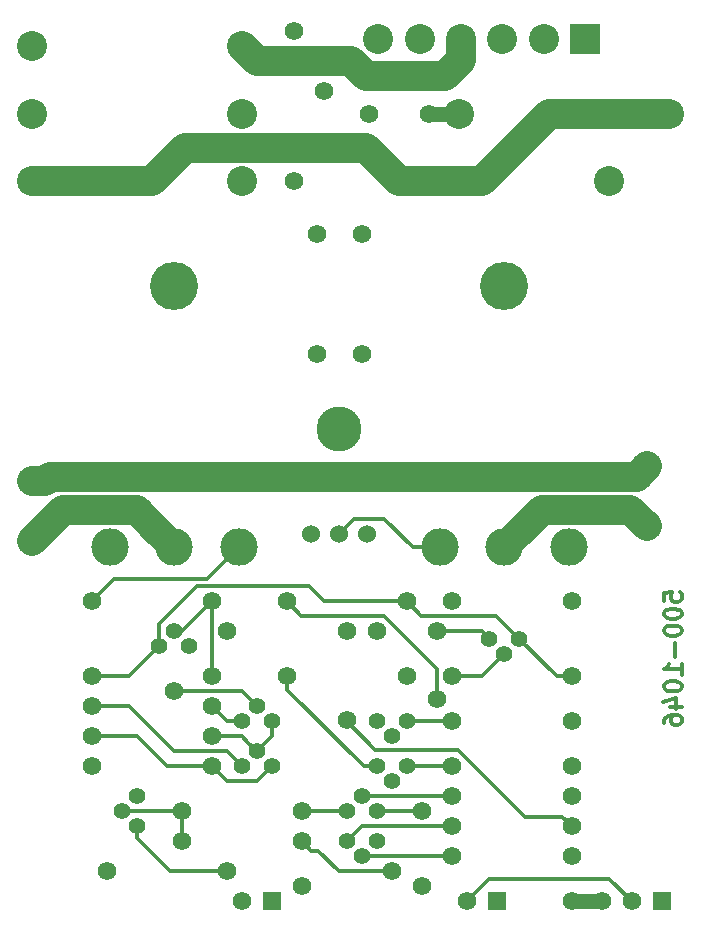
<source format=gbl>
G04 #@! TF.FileFunction,Copper,L2,Bot,Signal*
%FSLAX46Y46*%
G04 Gerber Fmt 4.6, Leading zero omitted, Abs format (unit mm)*
G04 Created by KiCad (PCBNEW 4.0.7) date 02/13/18 13:09:01*
%MOMM*%
%LPD*%
G01*
G04 APERTURE LIST*
%ADD10C,0.100000*%
%ADD11C,0.300000*%
%ADD12C,1.574800*%
%ADD13R,1.574800X1.574800*%
%ADD14C,2.540000*%
%ADD15C,1.397000*%
%ADD16C,1.524000*%
%ADD17C,3.810000*%
%ADD18C,3.175000*%
%ADD19C,4.064000*%
%ADD20R,2.540000X2.540000*%
%ADD21C,0.304800*%
%ADD22C,1.270000*%
%ADD23C,2.540000*%
G04 APERTURE END LIST*
D10*
D11*
X212284571Y-132048859D02*
X212284571Y-131334573D01*
X212998857Y-131263144D01*
X212927429Y-131334573D01*
X212856000Y-131477430D01*
X212856000Y-131834573D01*
X212927429Y-131977430D01*
X212998857Y-132048859D01*
X213141714Y-132120287D01*
X213498857Y-132120287D01*
X213641714Y-132048859D01*
X213713143Y-131977430D01*
X213784571Y-131834573D01*
X213784571Y-131477430D01*
X213713143Y-131334573D01*
X213641714Y-131263144D01*
X212284571Y-133048858D02*
X212284571Y-133191715D01*
X212356000Y-133334572D01*
X212427429Y-133406001D01*
X212570286Y-133477430D01*
X212856000Y-133548858D01*
X213213143Y-133548858D01*
X213498857Y-133477430D01*
X213641714Y-133406001D01*
X213713143Y-133334572D01*
X213784571Y-133191715D01*
X213784571Y-133048858D01*
X213713143Y-132906001D01*
X213641714Y-132834572D01*
X213498857Y-132763144D01*
X213213143Y-132691715D01*
X212856000Y-132691715D01*
X212570286Y-132763144D01*
X212427429Y-132834572D01*
X212356000Y-132906001D01*
X212284571Y-133048858D01*
X212284571Y-134477429D02*
X212284571Y-134620286D01*
X212356000Y-134763143D01*
X212427429Y-134834572D01*
X212570286Y-134906001D01*
X212856000Y-134977429D01*
X213213143Y-134977429D01*
X213498857Y-134906001D01*
X213641714Y-134834572D01*
X213713143Y-134763143D01*
X213784571Y-134620286D01*
X213784571Y-134477429D01*
X213713143Y-134334572D01*
X213641714Y-134263143D01*
X213498857Y-134191715D01*
X213213143Y-134120286D01*
X212856000Y-134120286D01*
X212570286Y-134191715D01*
X212427429Y-134263143D01*
X212356000Y-134334572D01*
X212284571Y-134477429D01*
X213213143Y-135620286D02*
X213213143Y-136763143D01*
X213784571Y-138263143D02*
X213784571Y-137406000D01*
X213784571Y-137834572D02*
X212284571Y-137834572D01*
X212498857Y-137691715D01*
X212641714Y-137548857D01*
X212713143Y-137406000D01*
X212284571Y-139191714D02*
X212284571Y-139334571D01*
X212356000Y-139477428D01*
X212427429Y-139548857D01*
X212570286Y-139620286D01*
X212856000Y-139691714D01*
X213213143Y-139691714D01*
X213498857Y-139620286D01*
X213641714Y-139548857D01*
X213713143Y-139477428D01*
X213784571Y-139334571D01*
X213784571Y-139191714D01*
X213713143Y-139048857D01*
X213641714Y-138977428D01*
X213498857Y-138906000D01*
X213213143Y-138834571D01*
X212856000Y-138834571D01*
X212570286Y-138906000D01*
X212427429Y-138977428D01*
X212356000Y-139048857D01*
X212284571Y-139191714D01*
X212784571Y-140977428D02*
X213784571Y-140977428D01*
X212213143Y-140620285D02*
X213284571Y-140263142D01*
X213284571Y-141191714D01*
X212284571Y-142405999D02*
X212284571Y-142120285D01*
X212356000Y-141977428D01*
X212427429Y-141905999D01*
X212641714Y-141763142D01*
X212927429Y-141691713D01*
X213498857Y-141691713D01*
X213641714Y-141763142D01*
X213713143Y-141834570D01*
X213784571Y-141977428D01*
X213784571Y-142263142D01*
X213713143Y-142405999D01*
X213641714Y-142477428D01*
X213498857Y-142548856D01*
X213141714Y-142548856D01*
X212998857Y-142477428D01*
X212927429Y-142405999D01*
X212856000Y-142263142D01*
X212856000Y-141977428D01*
X212927429Y-141834570D01*
X212998857Y-141763142D01*
X213141714Y-141691713D01*
D12*
X195580000Y-157480000D03*
D13*
X198120000Y-157480000D03*
D12*
X176530000Y-157480000D03*
D13*
X179070000Y-157480000D03*
D12*
X187960000Y-134620000D03*
X193040000Y-134620000D03*
X210820000Y-125730000D03*
X210820000Y-120650000D03*
X158750000Y-121920000D03*
X158750000Y-127000000D03*
X192405000Y-90805000D03*
X187325000Y-90805000D03*
D14*
X158750000Y-90805000D03*
X176530000Y-90805000D03*
D15*
X187960000Y-152400000D03*
X186690000Y-153670000D03*
X185420000Y-152400000D03*
X167640000Y-151130000D03*
X166370000Y-149860000D03*
X167640000Y-148590000D03*
X185420000Y-149860000D03*
X186690000Y-148590000D03*
X187960000Y-149860000D03*
X190500000Y-146050000D03*
X189230000Y-147320000D03*
X187960000Y-146050000D03*
X190500000Y-142240000D03*
X189230000Y-143510000D03*
X187960000Y-142240000D03*
X176530000Y-142240000D03*
X177800000Y-140970000D03*
X179070000Y-142240000D03*
D16*
X182397400Y-126365000D03*
X184785000Y-126365000D03*
X187172600Y-126365000D03*
D17*
X184785000Y-117475000D03*
D15*
X200025000Y-135255000D03*
X198755000Y-136525000D03*
X197485000Y-135255000D03*
X169545000Y-135890000D03*
X170815000Y-134620000D03*
X172085000Y-135890000D03*
D18*
X193294000Y-127508000D03*
X198755000Y-127508000D03*
X204216000Y-127508000D03*
D19*
X198755000Y-105410000D03*
D18*
X165354000Y-127508000D03*
X170815000Y-127508000D03*
X176276000Y-127508000D03*
D19*
X170815000Y-105410000D03*
D12*
X194310000Y-151130000D03*
X204470000Y-151130000D03*
X204470000Y-153670000D03*
X194310000Y-153670000D03*
X181610000Y-152400000D03*
X171450000Y-152400000D03*
X175260000Y-154940000D03*
X165100000Y-154940000D03*
X204470000Y-148590000D03*
X194310000Y-148590000D03*
X181610000Y-149860000D03*
X171450000Y-149860000D03*
X173990000Y-143510000D03*
X163830000Y-143510000D03*
X173990000Y-146050000D03*
X163830000Y-146050000D03*
X180340000Y-138430000D03*
X190500000Y-138430000D03*
X191770000Y-156210000D03*
X181610000Y-156210000D03*
X190500000Y-132080000D03*
X180340000Y-132080000D03*
X204470000Y-146050000D03*
X194310000Y-146050000D03*
X185420000Y-134620000D03*
X175260000Y-134620000D03*
X204470000Y-142240000D03*
X194310000Y-142240000D03*
X186690000Y-111125000D03*
X186690000Y-100965000D03*
X180975000Y-83820000D03*
X183515000Y-88900000D03*
X180975000Y-96520000D03*
X182880000Y-100965000D03*
X182880000Y-111125000D03*
X173990000Y-140970000D03*
X163830000Y-140970000D03*
X204470000Y-138430000D03*
X194310000Y-138430000D03*
X173990000Y-138430000D03*
X163830000Y-138430000D03*
X204470000Y-132080000D03*
X194310000Y-132080000D03*
X163830000Y-132080000D03*
X173990000Y-132080000D03*
D14*
X207645000Y-96520000D03*
X189865000Y-96520000D03*
X158750000Y-96520000D03*
X176530000Y-96520000D03*
D15*
X176530000Y-146050000D03*
X177800000Y-144780000D03*
X179070000Y-146050000D03*
D20*
X205600000Y-84455000D03*
D14*
X202100000Y-84455000D03*
X198600000Y-84455000D03*
X195100000Y-84455000D03*
X191600000Y-84455000D03*
X188100000Y-84455000D03*
X212725000Y-90805000D03*
X194945000Y-90805000D03*
X158750000Y-85090000D03*
X176530000Y-85090000D03*
D13*
X212090000Y-157480000D03*
D12*
X209550000Y-157480000D03*
X207010000Y-157480000D03*
X204470000Y-157480000D03*
X185420000Y-142124686D03*
X189230000Y-154940000D03*
X193040000Y-140335000D03*
X191770000Y-149860000D03*
X170815000Y-139700000D03*
D21*
X186690000Y-151130000D02*
X185420000Y-152400000D01*
X194310000Y-151130000D02*
X186690000Y-151130000D01*
D22*
X204470000Y-157480000D02*
X207010000Y-157480000D01*
D21*
X185420000Y-142240000D02*
X185420000Y-142124686D01*
X194830701Y-144665701D02*
X187845701Y-144665701D01*
X204470000Y-151130000D02*
X203682601Y-150342601D01*
X203682601Y-150342601D02*
X200507601Y-150342601D01*
X200507601Y-150342601D02*
X194830701Y-144665701D01*
X187845701Y-144665701D02*
X185420000Y-142240000D01*
X193040000Y-134620000D02*
X196850000Y-134620000D01*
X196850000Y-134620000D02*
X197485000Y-135255000D01*
X188595000Y-125095000D02*
X186055000Y-125095000D01*
X186055000Y-125095000D02*
X184785000Y-126365000D01*
X191008000Y-127508000D02*
X188595000Y-125095000D01*
X193294000Y-127508000D02*
X191008000Y-127508000D01*
X193040000Y-127762000D02*
X193294000Y-127508000D01*
D23*
X210820000Y-125730000D02*
X209435699Y-124345699D01*
X209435699Y-124345699D02*
X201917301Y-124345699D01*
X201917301Y-124345699D02*
X200342499Y-125920501D01*
X200342499Y-125920501D02*
X198755000Y-127508000D01*
X159863551Y-121920000D02*
X158750000Y-121920000D01*
X160282663Y-121500888D02*
X159863551Y-121920000D01*
X209969112Y-121500888D02*
X160282663Y-121500888D01*
X210820000Y-120650000D02*
X209969112Y-121500888D01*
D21*
X170815000Y-144780000D02*
X167005000Y-140970000D01*
X167005000Y-140970000D02*
X163830000Y-140970000D01*
X175260000Y-144780000D02*
X170815000Y-144780000D01*
X176530000Y-146050000D02*
X175260000Y-144780000D01*
D23*
X161404301Y-124345699D02*
X167652699Y-124345699D01*
X167652699Y-124345699D02*
X169227501Y-125920501D01*
X158750000Y-127000000D02*
X161404301Y-124345699D01*
X169227501Y-125920501D02*
X170815000Y-127508000D01*
D22*
X192405000Y-90805000D02*
X194945000Y-90805000D01*
D21*
X172720000Y-130810000D02*
X169545000Y-133985000D01*
X169545000Y-133985000D02*
X169545000Y-135890000D01*
X182245000Y-130810000D02*
X172720000Y-130810000D01*
X183515000Y-132080000D02*
X182245000Y-130810000D01*
X190500000Y-132080000D02*
X183515000Y-132080000D01*
X163830000Y-138430000D02*
X167005000Y-138430000D01*
X167005000Y-138430000D02*
X169545000Y-135890000D01*
X198094601Y-133324601D02*
X198755000Y-133985000D01*
X190500000Y-132080000D02*
X191744601Y-133324601D01*
X191744601Y-133324601D02*
X198094601Y-133324601D01*
X204470000Y-138430000D02*
X203200000Y-138430000D01*
X203200000Y-138430000D02*
X200025000Y-135255000D01*
X200025000Y-135255000D02*
X198755000Y-133985000D01*
D23*
X168910000Y-96520000D02*
X171754801Y-93675199D01*
X171754801Y-93675199D02*
X187020199Y-93675199D01*
X188595001Y-95250001D02*
X189865000Y-96520000D01*
X187020199Y-93675199D02*
X188595001Y-95250001D01*
X158750000Y-96520000D02*
X168910000Y-96520000D01*
X196850000Y-96520000D02*
X202565000Y-90805000D01*
X202565000Y-90805000D02*
X212725000Y-90805000D01*
X189865000Y-96520000D02*
X196850000Y-96520000D01*
X176530000Y-85090000D02*
X177799999Y-86359999D01*
X177799999Y-86359999D02*
X185794693Y-86359999D01*
X185794693Y-86359999D02*
X187064694Y-87630000D01*
X193721051Y-87630000D02*
X195100000Y-86251051D01*
X187064694Y-87630000D02*
X193721051Y-87630000D01*
X195100000Y-86251051D02*
X195100000Y-84455000D01*
D21*
X183032399Y-153187399D02*
X184785000Y-154940000D01*
X184785000Y-154940000D02*
X189230000Y-154940000D01*
X181610000Y-152400000D02*
X182397399Y-153187399D01*
X182397399Y-153187399D02*
X183032399Y-153187399D01*
X186972172Y-146050000D02*
X187960000Y-146050000D01*
X180340000Y-139543551D02*
X186846449Y-146050000D01*
X186846449Y-146050000D02*
X186972172Y-146050000D01*
X180340000Y-138430000D02*
X180340000Y-139543551D01*
X194310000Y-153670000D02*
X186690000Y-153670000D01*
X167640000Y-151130000D02*
X167640000Y-152117828D01*
X167640000Y-152117828D02*
X170462172Y-154940000D01*
X170462172Y-154940000D02*
X175260000Y-154940000D01*
X166370000Y-149860000D02*
X171450000Y-149860000D01*
X171450000Y-149860000D02*
X171450000Y-152400000D01*
X176530000Y-143510000D02*
X177101501Y-144081501D01*
X177101501Y-144081501D02*
X177800000Y-144780000D01*
X173990000Y-143510000D02*
X176530000Y-143510000D01*
X177800000Y-144780000D02*
X179070000Y-143510000D01*
X179070000Y-143510000D02*
X179070000Y-142240000D01*
X181610000Y-149860000D02*
X185420000Y-149860000D01*
X194310000Y-148590000D02*
X186690000Y-148590000D01*
X193040000Y-137795000D02*
X193040000Y-140335000D01*
X188569601Y-133324601D02*
X193040000Y-137795000D01*
X180340000Y-132080000D02*
X181584601Y-133324601D01*
X181584601Y-133324601D02*
X188569601Y-133324601D01*
X191770000Y-149860000D02*
X187960000Y-149860000D01*
X194310000Y-146050000D02*
X190500000Y-146050000D01*
X194310000Y-142240000D02*
X193196449Y-142240000D01*
X193196449Y-142240000D02*
X190500000Y-142240000D01*
X173990000Y-140970000D02*
X175260000Y-142240000D01*
X175260000Y-142240000D02*
X176530000Y-142240000D01*
X170815000Y-139700000D02*
X176530000Y-139700000D01*
X176530000Y-139700000D02*
X177800000Y-140970000D01*
X194310000Y-138430000D02*
X196850000Y-138430000D01*
X196850000Y-138430000D02*
X198755000Y-136525000D01*
X173990000Y-138430000D02*
X173990000Y-132080000D01*
X173990000Y-132080000D02*
X171450000Y-134620000D01*
X171450000Y-134620000D02*
X170815000Y-134620000D01*
X173583611Y-130200389D02*
X174688501Y-129095499D01*
X165709611Y-130200389D02*
X173583611Y-130200389D01*
X174688501Y-129095499D02*
X176276000Y-127508000D01*
X163830000Y-132080000D02*
X165709611Y-130200389D01*
X163830000Y-143510000D02*
X167640000Y-143510000D01*
X167640000Y-143510000D02*
X170180000Y-146050000D01*
X170180000Y-146050000D02*
X173990000Y-146050000D01*
X175260000Y-147320000D02*
X173990000Y-146050000D01*
X177800000Y-147320000D02*
X175260000Y-147320000D01*
X179070000Y-146050000D02*
X177800000Y-147320000D01*
X195580000Y-157480000D02*
X197485000Y-155575000D01*
X197485000Y-155575000D02*
X207645000Y-155575000D01*
X207645000Y-155575000D02*
X209550000Y-157480000D01*
M02*

</source>
